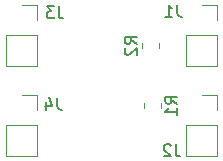
<source format=gbr>
%TF.GenerationSoftware,KiCad,Pcbnew,6.0.7-f9a2dced07~116~ubuntu20.04.1*%
%TF.CreationDate,2022-10-31T14:47:35+01:00*%
%TF.ProjectId,sht40_board,73687434-305f-4626-9f61-72642e6b6963,rev?*%
%TF.SameCoordinates,Original*%
%TF.FileFunction,Legend,Bot*%
%TF.FilePolarity,Positive*%
%FSLAX46Y46*%
G04 Gerber Fmt 4.6, Leading zero omitted, Abs format (unit mm)*
G04 Created by KiCad (PCBNEW 6.0.7-f9a2dced07~116~ubuntu20.04.1) date 2022-10-31 14:47:35*
%MOMM*%
%LPD*%
G01*
G04 APERTURE LIST*
%ADD10C,0.150000*%
%ADD11C,0.120000*%
G04 APERTURE END LIST*
D10*
%TO.C,J4*%
X140160333Y-72604380D02*
X140160333Y-73318666D01*
X140207952Y-73461523D01*
X140303190Y-73556761D01*
X140446047Y-73604380D01*
X140541285Y-73604380D01*
X139255571Y-72937714D02*
X139255571Y-73604380D01*
X139493666Y-72556761D02*
X139731761Y-73271047D01*
X139112714Y-73271047D01*
%TO.C,R2*%
X146884380Y-68008833D02*
X146408190Y-67675500D01*
X146884380Y-67437404D02*
X145884380Y-67437404D01*
X145884380Y-67818357D01*
X145932000Y-67913595D01*
X145979619Y-67961214D01*
X146074857Y-68008833D01*
X146217714Y-68008833D01*
X146312952Y-67961214D01*
X146360571Y-67913595D01*
X146408190Y-67818357D01*
X146408190Y-67437404D01*
X145979619Y-68389785D02*
X145932000Y-68437404D01*
X145884380Y-68532642D01*
X145884380Y-68770738D01*
X145932000Y-68865976D01*
X145979619Y-68913595D01*
X146074857Y-68961214D01*
X146170095Y-68961214D01*
X146312952Y-68913595D01*
X146884380Y-68342166D01*
X146884380Y-68961214D01*
%TO.C,R1*%
X150311380Y-73088833D02*
X149835190Y-72755500D01*
X150311380Y-72517404D02*
X149311380Y-72517404D01*
X149311380Y-72898357D01*
X149359000Y-72993595D01*
X149406619Y-73041214D01*
X149501857Y-73088833D01*
X149644714Y-73088833D01*
X149739952Y-73041214D01*
X149787571Y-72993595D01*
X149835190Y-72898357D01*
X149835190Y-72517404D01*
X150311380Y-74041214D02*
X150311380Y-73469785D01*
X150311380Y-73755500D02*
X149311380Y-73755500D01*
X149454238Y-73660261D01*
X149549476Y-73565023D01*
X149597095Y-73469785D01*
%TO.C,J1*%
X150320333Y-64730380D02*
X150320333Y-65444666D01*
X150367952Y-65587523D01*
X150463190Y-65682761D01*
X150606047Y-65730380D01*
X150701285Y-65730380D01*
X149320333Y-65730380D02*
X149891761Y-65730380D01*
X149606047Y-65730380D02*
X149606047Y-64730380D01*
X149701285Y-64873238D01*
X149796523Y-64968476D01*
X149891761Y-65016095D01*
%TO.C,J3*%
X140287333Y-64857380D02*
X140287333Y-65571666D01*
X140334952Y-65714523D01*
X140430190Y-65809761D01*
X140573047Y-65857380D01*
X140668285Y-65857380D01*
X139906380Y-64857380D02*
X139287333Y-64857380D01*
X139620666Y-65238333D01*
X139477809Y-65238333D01*
X139382571Y-65285952D01*
X139334952Y-65333571D01*
X139287333Y-65428809D01*
X139287333Y-65666904D01*
X139334952Y-65762142D01*
X139382571Y-65809761D01*
X139477809Y-65857380D01*
X139763523Y-65857380D01*
X139858761Y-65809761D01*
X139906380Y-65762142D01*
%TO.C,J2*%
X150193333Y-76541380D02*
X150193333Y-77255666D01*
X150240952Y-77398523D01*
X150336190Y-77493761D01*
X150479047Y-77541380D01*
X150574285Y-77541380D01*
X149764761Y-76636619D02*
X149717142Y-76589000D01*
X149621904Y-76541380D01*
X149383809Y-76541380D01*
X149288571Y-76589000D01*
X149240952Y-76636619D01*
X149193333Y-76731857D01*
X149193333Y-76827095D01*
X149240952Y-76969952D01*
X149812380Y-77541380D01*
X149193333Y-77541380D01*
D11*
%TO.C,J4*%
X138490000Y-74930000D02*
X138490000Y-77530000D01*
X135830000Y-74930000D02*
X135830000Y-77530000D01*
X138490000Y-74930000D02*
X135830000Y-74930000D01*
X138490000Y-73660000D02*
X138490000Y-72330000D01*
X138490000Y-72330000D02*
X137160000Y-72330000D01*
X138490000Y-77530000D02*
X135830000Y-77530000D01*
%TO.C,R2*%
X147347000Y-67948436D02*
X147347000Y-68402564D01*
X148817000Y-67948436D02*
X148817000Y-68402564D01*
%TO.C,R1*%
X148944000Y-73482564D02*
X148944000Y-73028436D01*
X147474000Y-73482564D02*
X147474000Y-73028436D01*
%TO.C,J1*%
X153730000Y-67310000D02*
X151070000Y-67310000D01*
X153730000Y-66040000D02*
X153730000Y-64710000D01*
X153730000Y-64710000D02*
X152400000Y-64710000D01*
X153730000Y-67310000D02*
X153730000Y-69910000D01*
X151070000Y-67310000D02*
X151070000Y-69910000D01*
X153730000Y-69910000D02*
X151070000Y-69910000D01*
%TO.C,J3*%
X135830000Y-67310000D02*
X135830000Y-69910000D01*
X138490000Y-67310000D02*
X135830000Y-67310000D01*
X138490000Y-64710000D02*
X137160000Y-64710000D01*
X138490000Y-66040000D02*
X138490000Y-64710000D01*
X138490000Y-69910000D02*
X135830000Y-69910000D01*
X138490000Y-67310000D02*
X138490000Y-69910000D01*
%TO.C,J2*%
X153730000Y-77530000D02*
X151070000Y-77530000D01*
X153730000Y-72330000D02*
X152400000Y-72330000D01*
X153730000Y-74930000D02*
X153730000Y-77530000D01*
X153730000Y-74930000D02*
X151070000Y-74930000D01*
X151070000Y-74930000D02*
X151070000Y-77530000D01*
X153730000Y-73660000D02*
X153730000Y-72330000D01*
%TD*%
M02*

</source>
